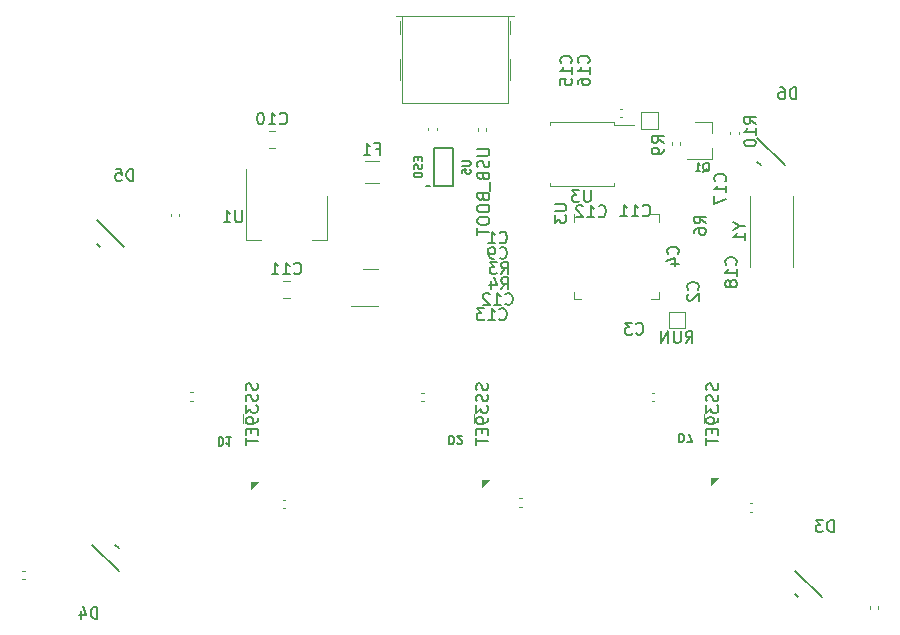
<source format=gbr>
G04 #@! TF.GenerationSoftware,KiCad,Pcbnew,(7.0.0-0)*
G04 #@! TF.CreationDate,2023-03-01T01:27:21-06:00*
G04 #@! TF.ProjectId,RP2040_minimal,52503230-3430-45f6-9d69-6e696d616c2e,REV1*
G04 #@! TF.SameCoordinates,Original*
G04 #@! TF.FileFunction,Legend,Bot*
G04 #@! TF.FilePolarity,Positive*
%FSLAX46Y46*%
G04 Gerber Fmt 4.6, Leading zero omitted, Abs format (unit mm)*
G04 Created by KiCad (PCBNEW (7.0.0-0)) date 2023-03-01 01:27:21*
%MOMM*%
%LPD*%
G01*
G04 APERTURE LIST*
%ADD10C,0.150000*%
%ADD11C,0.200000*%
%ADD12C,0.120000*%
%ADD13C,0.100000*%
G04 APERTURE END LIST*
D10*
X101879880Y-107589821D02*
X102689404Y-107589821D01*
X102689404Y-107589821D02*
X102784642Y-107637440D01*
X102784642Y-107637440D02*
X102832261Y-107685059D01*
X102832261Y-107685059D02*
X102879880Y-107780297D01*
X102879880Y-107780297D02*
X102879880Y-107970773D01*
X102879880Y-107970773D02*
X102832261Y-108066011D01*
X102832261Y-108066011D02*
X102784642Y-108113630D01*
X102784642Y-108113630D02*
X102689404Y-108161249D01*
X102689404Y-108161249D02*
X101879880Y-108161249D01*
X102832261Y-108589821D02*
X102879880Y-108732678D01*
X102879880Y-108732678D02*
X102879880Y-108970773D01*
X102879880Y-108970773D02*
X102832261Y-109066011D01*
X102832261Y-109066011D02*
X102784642Y-109113630D01*
X102784642Y-109113630D02*
X102689404Y-109161249D01*
X102689404Y-109161249D02*
X102594166Y-109161249D01*
X102594166Y-109161249D02*
X102498928Y-109113630D01*
X102498928Y-109113630D02*
X102451309Y-109066011D01*
X102451309Y-109066011D02*
X102403690Y-108970773D01*
X102403690Y-108970773D02*
X102356071Y-108780297D01*
X102356071Y-108780297D02*
X102308452Y-108685059D01*
X102308452Y-108685059D02*
X102260833Y-108637440D01*
X102260833Y-108637440D02*
X102165595Y-108589821D01*
X102165595Y-108589821D02*
X102070357Y-108589821D01*
X102070357Y-108589821D02*
X101975119Y-108637440D01*
X101975119Y-108637440D02*
X101927500Y-108685059D01*
X101927500Y-108685059D02*
X101879880Y-108780297D01*
X101879880Y-108780297D02*
X101879880Y-109018392D01*
X101879880Y-109018392D02*
X101927500Y-109161249D01*
X102356071Y-109923154D02*
X102403690Y-110066011D01*
X102403690Y-110066011D02*
X102451309Y-110113630D01*
X102451309Y-110113630D02*
X102546547Y-110161249D01*
X102546547Y-110161249D02*
X102689404Y-110161249D01*
X102689404Y-110161249D02*
X102784642Y-110113630D01*
X102784642Y-110113630D02*
X102832261Y-110066011D01*
X102832261Y-110066011D02*
X102879880Y-109970773D01*
X102879880Y-109970773D02*
X102879880Y-109589821D01*
X102879880Y-109589821D02*
X101879880Y-109589821D01*
X101879880Y-109589821D02*
X101879880Y-109923154D01*
X101879880Y-109923154D02*
X101927500Y-110018392D01*
X101927500Y-110018392D02*
X101975119Y-110066011D01*
X101975119Y-110066011D02*
X102070357Y-110113630D01*
X102070357Y-110113630D02*
X102165595Y-110113630D01*
X102165595Y-110113630D02*
X102260833Y-110066011D01*
X102260833Y-110066011D02*
X102308452Y-110018392D01*
X102308452Y-110018392D02*
X102356071Y-109923154D01*
X102356071Y-109923154D02*
X102356071Y-109589821D01*
X102975119Y-110351726D02*
X102975119Y-111113630D01*
X102356071Y-111685059D02*
X102403690Y-111827916D01*
X102403690Y-111827916D02*
X102451309Y-111875535D01*
X102451309Y-111875535D02*
X102546547Y-111923154D01*
X102546547Y-111923154D02*
X102689404Y-111923154D01*
X102689404Y-111923154D02*
X102784642Y-111875535D01*
X102784642Y-111875535D02*
X102832261Y-111827916D01*
X102832261Y-111827916D02*
X102879880Y-111732678D01*
X102879880Y-111732678D02*
X102879880Y-111351726D01*
X102879880Y-111351726D02*
X101879880Y-111351726D01*
X101879880Y-111351726D02*
X101879880Y-111685059D01*
X101879880Y-111685059D02*
X101927500Y-111780297D01*
X101927500Y-111780297D02*
X101975119Y-111827916D01*
X101975119Y-111827916D02*
X102070357Y-111875535D01*
X102070357Y-111875535D02*
X102165595Y-111875535D01*
X102165595Y-111875535D02*
X102260833Y-111827916D01*
X102260833Y-111827916D02*
X102308452Y-111780297D01*
X102308452Y-111780297D02*
X102356071Y-111685059D01*
X102356071Y-111685059D02*
X102356071Y-111351726D01*
X101879880Y-112542202D02*
X101879880Y-112732678D01*
X101879880Y-112732678D02*
X101927500Y-112827916D01*
X101927500Y-112827916D02*
X102022738Y-112923154D01*
X102022738Y-112923154D02*
X102213214Y-112970773D01*
X102213214Y-112970773D02*
X102546547Y-112970773D01*
X102546547Y-112970773D02*
X102737023Y-112923154D01*
X102737023Y-112923154D02*
X102832261Y-112827916D01*
X102832261Y-112827916D02*
X102879880Y-112732678D01*
X102879880Y-112732678D02*
X102879880Y-112542202D01*
X102879880Y-112542202D02*
X102832261Y-112446964D01*
X102832261Y-112446964D02*
X102737023Y-112351726D01*
X102737023Y-112351726D02*
X102546547Y-112304107D01*
X102546547Y-112304107D02*
X102213214Y-112304107D01*
X102213214Y-112304107D02*
X102022738Y-112351726D01*
X102022738Y-112351726D02*
X101927500Y-112446964D01*
X101927500Y-112446964D02*
X101879880Y-112542202D01*
X101879880Y-113589821D02*
X101879880Y-113780297D01*
X101879880Y-113780297D02*
X101927500Y-113875535D01*
X101927500Y-113875535D02*
X102022738Y-113970773D01*
X102022738Y-113970773D02*
X102213214Y-114018392D01*
X102213214Y-114018392D02*
X102546547Y-114018392D01*
X102546547Y-114018392D02*
X102737023Y-113970773D01*
X102737023Y-113970773D02*
X102832261Y-113875535D01*
X102832261Y-113875535D02*
X102879880Y-113780297D01*
X102879880Y-113780297D02*
X102879880Y-113589821D01*
X102879880Y-113589821D02*
X102832261Y-113494583D01*
X102832261Y-113494583D02*
X102737023Y-113399345D01*
X102737023Y-113399345D02*
X102546547Y-113351726D01*
X102546547Y-113351726D02*
X102213214Y-113351726D01*
X102213214Y-113351726D02*
X102022738Y-113399345D01*
X102022738Y-113399345D02*
X101927500Y-113494583D01*
X101927500Y-113494583D02*
X101879880Y-113589821D01*
X101879880Y-114304107D02*
X101879880Y-114875535D01*
X102879880Y-114589821D02*
X101879880Y-114589821D01*
X86357857Y-118122142D02*
X86405476Y-118169761D01*
X86405476Y-118169761D02*
X86548333Y-118217380D01*
X86548333Y-118217380D02*
X86643571Y-118217380D01*
X86643571Y-118217380D02*
X86786428Y-118169761D01*
X86786428Y-118169761D02*
X86881666Y-118074523D01*
X86881666Y-118074523D02*
X86929285Y-117979285D01*
X86929285Y-117979285D02*
X86976904Y-117788809D01*
X86976904Y-117788809D02*
X86976904Y-117645952D01*
X86976904Y-117645952D02*
X86929285Y-117455476D01*
X86929285Y-117455476D02*
X86881666Y-117360238D01*
X86881666Y-117360238D02*
X86786428Y-117265000D01*
X86786428Y-117265000D02*
X86643571Y-117217380D01*
X86643571Y-117217380D02*
X86548333Y-117217380D01*
X86548333Y-117217380D02*
X86405476Y-117265000D01*
X86405476Y-117265000D02*
X86357857Y-117312619D01*
X85405476Y-118217380D02*
X85976904Y-118217380D01*
X85691190Y-118217380D02*
X85691190Y-117217380D01*
X85691190Y-117217380D02*
X85786428Y-117360238D01*
X85786428Y-117360238D02*
X85881666Y-117455476D01*
X85881666Y-117455476D02*
X85976904Y-117503095D01*
X84453095Y-118217380D02*
X85024523Y-118217380D01*
X84738809Y-118217380D02*
X84738809Y-117217380D01*
X84738809Y-117217380D02*
X84834047Y-117360238D01*
X84834047Y-117360238D02*
X84929285Y-117455476D01*
X84929285Y-117455476D02*
X85024523Y-117503095D01*
X103740357Y-121992142D02*
X103787976Y-122039761D01*
X103787976Y-122039761D02*
X103930833Y-122087380D01*
X103930833Y-122087380D02*
X104026071Y-122087380D01*
X104026071Y-122087380D02*
X104168928Y-122039761D01*
X104168928Y-122039761D02*
X104264166Y-121944523D01*
X104264166Y-121944523D02*
X104311785Y-121849285D01*
X104311785Y-121849285D02*
X104359404Y-121658809D01*
X104359404Y-121658809D02*
X104359404Y-121515952D01*
X104359404Y-121515952D02*
X104311785Y-121325476D01*
X104311785Y-121325476D02*
X104264166Y-121230238D01*
X104264166Y-121230238D02*
X104168928Y-121135000D01*
X104168928Y-121135000D02*
X104026071Y-121087380D01*
X104026071Y-121087380D02*
X103930833Y-121087380D01*
X103930833Y-121087380D02*
X103787976Y-121135000D01*
X103787976Y-121135000D02*
X103740357Y-121182619D01*
X102787976Y-122087380D02*
X103359404Y-122087380D01*
X103073690Y-122087380D02*
X103073690Y-121087380D01*
X103073690Y-121087380D02*
X103168928Y-121230238D01*
X103168928Y-121230238D02*
X103264166Y-121325476D01*
X103264166Y-121325476D02*
X103359404Y-121373095D01*
X102454642Y-121087380D02*
X101835595Y-121087380D01*
X101835595Y-121087380D02*
X102168928Y-121468333D01*
X102168928Y-121468333D02*
X102026071Y-121468333D01*
X102026071Y-121468333D02*
X101930833Y-121515952D01*
X101930833Y-121515952D02*
X101883214Y-121563571D01*
X101883214Y-121563571D02*
X101835595Y-121658809D01*
X101835595Y-121658809D02*
X101835595Y-121896904D01*
X101835595Y-121896904D02*
X101883214Y-121992142D01*
X101883214Y-121992142D02*
X101930833Y-122039761D01*
X101930833Y-122039761D02*
X102026071Y-122087380D01*
X102026071Y-122087380D02*
X102311785Y-122087380D01*
X102311785Y-122087380D02*
X102407023Y-122039761D01*
X102407023Y-122039761D02*
X102454642Y-121992142D01*
X104240357Y-120692142D02*
X104287976Y-120739761D01*
X104287976Y-120739761D02*
X104430833Y-120787380D01*
X104430833Y-120787380D02*
X104526071Y-120787380D01*
X104526071Y-120787380D02*
X104668928Y-120739761D01*
X104668928Y-120739761D02*
X104764166Y-120644523D01*
X104764166Y-120644523D02*
X104811785Y-120549285D01*
X104811785Y-120549285D02*
X104859404Y-120358809D01*
X104859404Y-120358809D02*
X104859404Y-120215952D01*
X104859404Y-120215952D02*
X104811785Y-120025476D01*
X104811785Y-120025476D02*
X104764166Y-119930238D01*
X104764166Y-119930238D02*
X104668928Y-119835000D01*
X104668928Y-119835000D02*
X104526071Y-119787380D01*
X104526071Y-119787380D02*
X104430833Y-119787380D01*
X104430833Y-119787380D02*
X104287976Y-119835000D01*
X104287976Y-119835000D02*
X104240357Y-119882619D01*
X103287976Y-120787380D02*
X103859404Y-120787380D01*
X103573690Y-120787380D02*
X103573690Y-119787380D01*
X103573690Y-119787380D02*
X103668928Y-119930238D01*
X103668928Y-119930238D02*
X103764166Y-120025476D01*
X103764166Y-120025476D02*
X103859404Y-120073095D01*
X102907023Y-119882619D02*
X102859404Y-119835000D01*
X102859404Y-119835000D02*
X102764166Y-119787380D01*
X102764166Y-119787380D02*
X102526071Y-119787380D01*
X102526071Y-119787380D02*
X102430833Y-119835000D01*
X102430833Y-119835000D02*
X102383214Y-119882619D01*
X102383214Y-119882619D02*
X102335595Y-119977857D01*
X102335595Y-119977857D02*
X102335595Y-120073095D01*
X102335595Y-120073095D02*
X102383214Y-120215952D01*
X102383214Y-120215952D02*
X102954642Y-120787380D01*
X102954642Y-120787380D02*
X102335595Y-120787380D01*
X115319166Y-123219642D02*
X115366785Y-123267261D01*
X115366785Y-123267261D02*
X115509642Y-123314880D01*
X115509642Y-123314880D02*
X115604880Y-123314880D01*
X115604880Y-123314880D02*
X115747737Y-123267261D01*
X115747737Y-123267261D02*
X115842975Y-123172023D01*
X115842975Y-123172023D02*
X115890594Y-123076785D01*
X115890594Y-123076785D02*
X115938213Y-122886309D01*
X115938213Y-122886309D02*
X115938213Y-122743452D01*
X115938213Y-122743452D02*
X115890594Y-122552976D01*
X115890594Y-122552976D02*
X115842975Y-122457738D01*
X115842975Y-122457738D02*
X115747737Y-122362500D01*
X115747737Y-122362500D02*
X115604880Y-122314880D01*
X115604880Y-122314880D02*
X115509642Y-122314880D01*
X115509642Y-122314880D02*
X115366785Y-122362500D01*
X115366785Y-122362500D02*
X115319166Y-122410119D01*
X114985832Y-122314880D02*
X114366785Y-122314880D01*
X114366785Y-122314880D02*
X114700118Y-122695833D01*
X114700118Y-122695833D02*
X114557261Y-122695833D01*
X114557261Y-122695833D02*
X114462023Y-122743452D01*
X114462023Y-122743452D02*
X114414404Y-122791071D01*
X114414404Y-122791071D02*
X114366785Y-122886309D01*
X114366785Y-122886309D02*
X114366785Y-123124404D01*
X114366785Y-123124404D02*
X114414404Y-123219642D01*
X114414404Y-123219642D02*
X114462023Y-123267261D01*
X114462023Y-123267261D02*
X114557261Y-123314880D01*
X114557261Y-123314880D02*
X114842975Y-123314880D01*
X114842975Y-123314880D02*
X114938213Y-123267261D01*
X114938213Y-123267261D02*
X114985832Y-123219642D01*
X81951904Y-112797380D02*
X81951904Y-113606904D01*
X81951904Y-113606904D02*
X81904285Y-113702142D01*
X81904285Y-113702142D02*
X81856666Y-113749761D01*
X81856666Y-113749761D02*
X81761428Y-113797380D01*
X81761428Y-113797380D02*
X81570952Y-113797380D01*
X81570952Y-113797380D02*
X81475714Y-113749761D01*
X81475714Y-113749761D02*
X81428095Y-113702142D01*
X81428095Y-113702142D02*
X81380476Y-113606904D01*
X81380476Y-113606904D02*
X81380476Y-112797380D01*
X80380476Y-113797380D02*
X80951904Y-113797380D01*
X80666190Y-113797380D02*
X80666190Y-112797380D01*
X80666190Y-112797380D02*
X80761428Y-112940238D01*
X80761428Y-112940238D02*
X80856666Y-113035476D01*
X80856666Y-113035476D02*
X80951904Y-113083095D01*
X111469404Y-111089880D02*
X111469404Y-111899404D01*
X111469404Y-111899404D02*
X111421785Y-111994642D01*
X111421785Y-111994642D02*
X111374166Y-112042261D01*
X111374166Y-112042261D02*
X111278928Y-112089880D01*
X111278928Y-112089880D02*
X111088452Y-112089880D01*
X111088452Y-112089880D02*
X110993214Y-112042261D01*
X110993214Y-112042261D02*
X110945595Y-111994642D01*
X110945595Y-111994642D02*
X110897976Y-111899404D01*
X110897976Y-111899404D02*
X110897976Y-111089880D01*
X110517023Y-111089880D02*
X109897976Y-111089880D01*
X109897976Y-111089880D02*
X110231309Y-111470833D01*
X110231309Y-111470833D02*
X110088452Y-111470833D01*
X110088452Y-111470833D02*
X109993214Y-111518452D01*
X109993214Y-111518452D02*
X109945595Y-111566071D01*
X109945595Y-111566071D02*
X109897976Y-111661309D01*
X109897976Y-111661309D02*
X109897976Y-111899404D01*
X109897976Y-111899404D02*
X109945595Y-111994642D01*
X109945595Y-111994642D02*
X109993214Y-112042261D01*
X109993214Y-112042261D02*
X110088452Y-112089880D01*
X110088452Y-112089880D02*
X110374166Y-112089880D01*
X110374166Y-112089880D02*
X110469404Y-112042261D01*
X110469404Y-112042261D02*
X110517023Y-111994642D01*
X123748642Y-117389642D02*
X123796261Y-117342023D01*
X123796261Y-117342023D02*
X123843880Y-117199166D01*
X123843880Y-117199166D02*
X123843880Y-117103928D01*
X123843880Y-117103928D02*
X123796261Y-116961071D01*
X123796261Y-116961071D02*
X123701023Y-116865833D01*
X123701023Y-116865833D02*
X123605785Y-116818214D01*
X123605785Y-116818214D02*
X123415309Y-116770595D01*
X123415309Y-116770595D02*
X123272452Y-116770595D01*
X123272452Y-116770595D02*
X123081976Y-116818214D01*
X123081976Y-116818214D02*
X122986738Y-116865833D01*
X122986738Y-116865833D02*
X122891500Y-116961071D01*
X122891500Y-116961071D02*
X122843880Y-117103928D01*
X122843880Y-117103928D02*
X122843880Y-117199166D01*
X122843880Y-117199166D02*
X122891500Y-117342023D01*
X122891500Y-117342023D02*
X122939119Y-117389642D01*
X123843880Y-118342023D02*
X123843880Y-117770595D01*
X123843880Y-118056309D02*
X122843880Y-118056309D01*
X122843880Y-118056309D02*
X122986738Y-117961071D01*
X122986738Y-117961071D02*
X123081976Y-117865833D01*
X123081976Y-117865833D02*
X123129595Y-117770595D01*
X123272452Y-118913452D02*
X123224833Y-118818214D01*
X123224833Y-118818214D02*
X123177214Y-118770595D01*
X123177214Y-118770595D02*
X123081976Y-118722976D01*
X123081976Y-118722976D02*
X123034357Y-118722976D01*
X123034357Y-118722976D02*
X122939119Y-118770595D01*
X122939119Y-118770595D02*
X122891500Y-118818214D01*
X122891500Y-118818214D02*
X122843880Y-118913452D01*
X122843880Y-118913452D02*
X122843880Y-119103928D01*
X122843880Y-119103928D02*
X122891500Y-119199166D01*
X122891500Y-119199166D02*
X122939119Y-119246785D01*
X122939119Y-119246785D02*
X123034357Y-119294404D01*
X123034357Y-119294404D02*
X123081976Y-119294404D01*
X123081976Y-119294404D02*
X123177214Y-119246785D01*
X123177214Y-119246785D02*
X123224833Y-119199166D01*
X123224833Y-119199166D02*
X123272452Y-119103928D01*
X123272452Y-119103928D02*
X123272452Y-118913452D01*
X123272452Y-118913452D02*
X123320071Y-118818214D01*
X123320071Y-118818214D02*
X123367690Y-118770595D01*
X123367690Y-118770595D02*
X123462928Y-118722976D01*
X123462928Y-118722976D02*
X123653404Y-118722976D01*
X123653404Y-118722976D02*
X123748642Y-118770595D01*
X123748642Y-118770595D02*
X123796261Y-118818214D01*
X123796261Y-118818214D02*
X123843880Y-118913452D01*
X123843880Y-118913452D02*
X123843880Y-119103928D01*
X123843880Y-119103928D02*
X123796261Y-119199166D01*
X123796261Y-119199166D02*
X123748642Y-119246785D01*
X123748642Y-119246785D02*
X123653404Y-119294404D01*
X123653404Y-119294404D02*
X123462928Y-119294404D01*
X123462928Y-119294404D02*
X123367690Y-119246785D01*
X123367690Y-119246785D02*
X123320071Y-119199166D01*
X123320071Y-119199166D02*
X123272452Y-119103928D01*
X103764166Y-116802142D02*
X103811785Y-116849761D01*
X103811785Y-116849761D02*
X103954642Y-116897380D01*
X103954642Y-116897380D02*
X104049880Y-116897380D01*
X104049880Y-116897380D02*
X104192737Y-116849761D01*
X104192737Y-116849761D02*
X104287975Y-116754523D01*
X104287975Y-116754523D02*
X104335594Y-116659285D01*
X104335594Y-116659285D02*
X104383213Y-116468809D01*
X104383213Y-116468809D02*
X104383213Y-116325952D01*
X104383213Y-116325952D02*
X104335594Y-116135476D01*
X104335594Y-116135476D02*
X104287975Y-116040238D01*
X104287975Y-116040238D02*
X104192737Y-115945000D01*
X104192737Y-115945000D02*
X104049880Y-115897380D01*
X104049880Y-115897380D02*
X103954642Y-115897380D01*
X103954642Y-115897380D02*
X103811785Y-115945000D01*
X103811785Y-115945000D02*
X103764166Y-115992619D01*
X103287975Y-116897380D02*
X103097499Y-116897380D01*
X103097499Y-116897380D02*
X103002261Y-116849761D01*
X103002261Y-116849761D02*
X102954642Y-116802142D01*
X102954642Y-116802142D02*
X102859404Y-116659285D01*
X102859404Y-116659285D02*
X102811785Y-116468809D01*
X102811785Y-116468809D02*
X102811785Y-116087857D01*
X102811785Y-116087857D02*
X102859404Y-115992619D01*
X102859404Y-115992619D02*
X102907023Y-115945000D01*
X102907023Y-115945000D02*
X103002261Y-115897380D01*
X103002261Y-115897380D02*
X103192737Y-115897380D01*
X103192737Y-115897380D02*
X103287975Y-115945000D01*
X103287975Y-115945000D02*
X103335594Y-115992619D01*
X103335594Y-115992619D02*
X103383213Y-116087857D01*
X103383213Y-116087857D02*
X103383213Y-116325952D01*
X103383213Y-116325952D02*
X103335594Y-116421190D01*
X103335594Y-116421190D02*
X103287975Y-116468809D01*
X103287975Y-116468809D02*
X103192737Y-116516428D01*
X103192737Y-116516428D02*
X103002261Y-116516428D01*
X103002261Y-116516428D02*
X102907023Y-116468809D01*
X102907023Y-116468809D02*
X102859404Y-116421190D01*
X102859404Y-116421190D02*
X102811785Y-116325952D01*
X112140357Y-113269642D02*
X112187976Y-113317261D01*
X112187976Y-113317261D02*
X112330833Y-113364880D01*
X112330833Y-113364880D02*
X112426071Y-113364880D01*
X112426071Y-113364880D02*
X112568928Y-113317261D01*
X112568928Y-113317261D02*
X112664166Y-113222023D01*
X112664166Y-113222023D02*
X112711785Y-113126785D01*
X112711785Y-113126785D02*
X112759404Y-112936309D01*
X112759404Y-112936309D02*
X112759404Y-112793452D01*
X112759404Y-112793452D02*
X112711785Y-112602976D01*
X112711785Y-112602976D02*
X112664166Y-112507738D01*
X112664166Y-112507738D02*
X112568928Y-112412500D01*
X112568928Y-112412500D02*
X112426071Y-112364880D01*
X112426071Y-112364880D02*
X112330833Y-112364880D01*
X112330833Y-112364880D02*
X112187976Y-112412500D01*
X112187976Y-112412500D02*
X112140357Y-112460119D01*
X111187976Y-113364880D02*
X111759404Y-113364880D01*
X111473690Y-113364880D02*
X111473690Y-112364880D01*
X111473690Y-112364880D02*
X111568928Y-112507738D01*
X111568928Y-112507738D02*
X111664166Y-112602976D01*
X111664166Y-112602976D02*
X111759404Y-112650595D01*
X110807023Y-112460119D02*
X110759404Y-112412500D01*
X110759404Y-112412500D02*
X110664166Y-112364880D01*
X110664166Y-112364880D02*
X110426071Y-112364880D01*
X110426071Y-112364880D02*
X110330833Y-112412500D01*
X110330833Y-112412500D02*
X110283214Y-112460119D01*
X110283214Y-112460119D02*
X110235595Y-112555357D01*
X110235595Y-112555357D02*
X110235595Y-112650595D01*
X110235595Y-112650595D02*
X110283214Y-112793452D01*
X110283214Y-112793452D02*
X110854642Y-113364880D01*
X110854642Y-113364880D02*
X110235595Y-113364880D01*
X118834642Y-116476833D02*
X118882261Y-116429214D01*
X118882261Y-116429214D02*
X118929880Y-116286357D01*
X118929880Y-116286357D02*
X118929880Y-116191119D01*
X118929880Y-116191119D02*
X118882261Y-116048262D01*
X118882261Y-116048262D02*
X118787023Y-115953024D01*
X118787023Y-115953024D02*
X118691785Y-115905405D01*
X118691785Y-115905405D02*
X118501309Y-115857786D01*
X118501309Y-115857786D02*
X118358452Y-115857786D01*
X118358452Y-115857786D02*
X118167976Y-115905405D01*
X118167976Y-115905405D02*
X118072738Y-115953024D01*
X118072738Y-115953024D02*
X117977500Y-116048262D01*
X117977500Y-116048262D02*
X117929880Y-116191119D01*
X117929880Y-116191119D02*
X117929880Y-116286357D01*
X117929880Y-116286357D02*
X117977500Y-116429214D01*
X117977500Y-116429214D02*
X118025119Y-116476833D01*
X118263214Y-117333976D02*
X118929880Y-117333976D01*
X117882261Y-117095881D02*
X118596547Y-116857786D01*
X118596547Y-116857786D02*
X118596547Y-117476833D01*
X103878290Y-118172380D02*
X104211623Y-117696190D01*
X104449718Y-118172380D02*
X104449718Y-117172380D01*
X104449718Y-117172380D02*
X104068766Y-117172380D01*
X104068766Y-117172380D02*
X103973528Y-117220000D01*
X103973528Y-117220000D02*
X103925909Y-117267619D01*
X103925909Y-117267619D02*
X103878290Y-117362857D01*
X103878290Y-117362857D02*
X103878290Y-117505714D01*
X103878290Y-117505714D02*
X103925909Y-117600952D01*
X103925909Y-117600952D02*
X103973528Y-117648571D01*
X103973528Y-117648571D02*
X104068766Y-117696190D01*
X104068766Y-117696190D02*
X104449718Y-117696190D01*
X103544956Y-117172380D02*
X102925909Y-117172380D01*
X102925909Y-117172380D02*
X103259242Y-117553333D01*
X103259242Y-117553333D02*
X103116385Y-117553333D01*
X103116385Y-117553333D02*
X103021147Y-117600952D01*
X103021147Y-117600952D02*
X102973528Y-117648571D01*
X102973528Y-117648571D02*
X102925909Y-117743809D01*
X102925909Y-117743809D02*
X102925909Y-117981904D01*
X102925909Y-117981904D02*
X102973528Y-118077142D01*
X102973528Y-118077142D02*
X103021147Y-118124761D01*
X103021147Y-118124761D02*
X103116385Y-118172380D01*
X103116385Y-118172380D02*
X103402099Y-118172380D01*
X103402099Y-118172380D02*
X103497337Y-118124761D01*
X103497337Y-118124761D02*
X103544956Y-118077142D01*
X120534642Y-119495833D02*
X120582261Y-119448214D01*
X120582261Y-119448214D02*
X120629880Y-119305357D01*
X120629880Y-119305357D02*
X120629880Y-119210119D01*
X120629880Y-119210119D02*
X120582261Y-119067262D01*
X120582261Y-119067262D02*
X120487023Y-118972024D01*
X120487023Y-118972024D02*
X120391785Y-118924405D01*
X120391785Y-118924405D02*
X120201309Y-118876786D01*
X120201309Y-118876786D02*
X120058452Y-118876786D01*
X120058452Y-118876786D02*
X119867976Y-118924405D01*
X119867976Y-118924405D02*
X119772738Y-118972024D01*
X119772738Y-118972024D02*
X119677500Y-119067262D01*
X119677500Y-119067262D02*
X119629880Y-119210119D01*
X119629880Y-119210119D02*
X119629880Y-119305357D01*
X119629880Y-119305357D02*
X119677500Y-119448214D01*
X119677500Y-119448214D02*
X119725119Y-119495833D01*
X119725119Y-119876786D02*
X119677500Y-119924405D01*
X119677500Y-119924405D02*
X119629880Y-120019643D01*
X119629880Y-120019643D02*
X119629880Y-120257738D01*
X119629880Y-120257738D02*
X119677500Y-120352976D01*
X119677500Y-120352976D02*
X119725119Y-120400595D01*
X119725119Y-120400595D02*
X119820357Y-120448214D01*
X119820357Y-120448214D02*
X119915595Y-120448214D01*
X119915595Y-120448214D02*
X120058452Y-120400595D01*
X120058452Y-120400595D02*
X120629880Y-119829167D01*
X120629880Y-119829167D02*
X120629880Y-120448214D01*
X85142857Y-105422142D02*
X85190476Y-105469761D01*
X85190476Y-105469761D02*
X85333333Y-105517380D01*
X85333333Y-105517380D02*
X85428571Y-105517380D01*
X85428571Y-105517380D02*
X85571428Y-105469761D01*
X85571428Y-105469761D02*
X85666666Y-105374523D01*
X85666666Y-105374523D02*
X85714285Y-105279285D01*
X85714285Y-105279285D02*
X85761904Y-105088809D01*
X85761904Y-105088809D02*
X85761904Y-104945952D01*
X85761904Y-104945952D02*
X85714285Y-104755476D01*
X85714285Y-104755476D02*
X85666666Y-104660238D01*
X85666666Y-104660238D02*
X85571428Y-104565000D01*
X85571428Y-104565000D02*
X85428571Y-104517380D01*
X85428571Y-104517380D02*
X85333333Y-104517380D01*
X85333333Y-104517380D02*
X85190476Y-104565000D01*
X85190476Y-104565000D02*
X85142857Y-104612619D01*
X84190476Y-105517380D02*
X84761904Y-105517380D01*
X84476190Y-105517380D02*
X84476190Y-104517380D01*
X84476190Y-104517380D02*
X84571428Y-104660238D01*
X84571428Y-104660238D02*
X84666666Y-104755476D01*
X84666666Y-104755476D02*
X84761904Y-104803095D01*
X83571428Y-104517380D02*
X83476190Y-104517380D01*
X83476190Y-104517380D02*
X83380952Y-104565000D01*
X83380952Y-104565000D02*
X83333333Y-104612619D01*
X83333333Y-104612619D02*
X83285714Y-104707857D01*
X83285714Y-104707857D02*
X83238095Y-104898333D01*
X83238095Y-104898333D02*
X83238095Y-105136428D01*
X83238095Y-105136428D02*
X83285714Y-105326904D01*
X83285714Y-105326904D02*
X83333333Y-105422142D01*
X83333333Y-105422142D02*
X83380952Y-105469761D01*
X83380952Y-105469761D02*
X83476190Y-105517380D01*
X83476190Y-105517380D02*
X83571428Y-105517380D01*
X83571428Y-105517380D02*
X83666666Y-105469761D01*
X83666666Y-105469761D02*
X83714285Y-105422142D01*
X83714285Y-105422142D02*
X83761904Y-105326904D01*
X83761904Y-105326904D02*
X83809523Y-105136428D01*
X83809523Y-105136428D02*
X83809523Y-104898333D01*
X83809523Y-104898333D02*
X83761904Y-104707857D01*
X83761904Y-104707857D02*
X83714285Y-104612619D01*
X83714285Y-104612619D02*
X83666666Y-104565000D01*
X83666666Y-104565000D02*
X83571428Y-104517380D01*
X115880357Y-113207142D02*
X115927976Y-113254761D01*
X115927976Y-113254761D02*
X116070833Y-113302380D01*
X116070833Y-113302380D02*
X116166071Y-113302380D01*
X116166071Y-113302380D02*
X116308928Y-113254761D01*
X116308928Y-113254761D02*
X116404166Y-113159523D01*
X116404166Y-113159523D02*
X116451785Y-113064285D01*
X116451785Y-113064285D02*
X116499404Y-112873809D01*
X116499404Y-112873809D02*
X116499404Y-112730952D01*
X116499404Y-112730952D02*
X116451785Y-112540476D01*
X116451785Y-112540476D02*
X116404166Y-112445238D01*
X116404166Y-112445238D02*
X116308928Y-112350000D01*
X116308928Y-112350000D02*
X116166071Y-112302380D01*
X116166071Y-112302380D02*
X116070833Y-112302380D01*
X116070833Y-112302380D02*
X115927976Y-112350000D01*
X115927976Y-112350000D02*
X115880357Y-112397619D01*
X114927976Y-113302380D02*
X115499404Y-113302380D01*
X115213690Y-113302380D02*
X115213690Y-112302380D01*
X115213690Y-112302380D02*
X115308928Y-112445238D01*
X115308928Y-112445238D02*
X115404166Y-112540476D01*
X115404166Y-112540476D02*
X115499404Y-112588095D01*
X113975595Y-113302380D02*
X114547023Y-113302380D01*
X114261309Y-113302380D02*
X114261309Y-112302380D01*
X114261309Y-112302380D02*
X114356547Y-112445238D01*
X114356547Y-112445238D02*
X114451785Y-112540476D01*
X114451785Y-112540476D02*
X114547023Y-112588095D01*
X111279642Y-100309642D02*
X111327261Y-100262023D01*
X111327261Y-100262023D02*
X111374880Y-100119166D01*
X111374880Y-100119166D02*
X111374880Y-100023928D01*
X111374880Y-100023928D02*
X111327261Y-99881071D01*
X111327261Y-99881071D02*
X111232023Y-99785833D01*
X111232023Y-99785833D02*
X111136785Y-99738214D01*
X111136785Y-99738214D02*
X110946309Y-99690595D01*
X110946309Y-99690595D02*
X110803452Y-99690595D01*
X110803452Y-99690595D02*
X110612976Y-99738214D01*
X110612976Y-99738214D02*
X110517738Y-99785833D01*
X110517738Y-99785833D02*
X110422500Y-99881071D01*
X110422500Y-99881071D02*
X110374880Y-100023928D01*
X110374880Y-100023928D02*
X110374880Y-100119166D01*
X110374880Y-100119166D02*
X110422500Y-100262023D01*
X110422500Y-100262023D02*
X110470119Y-100309642D01*
X111374880Y-101262023D02*
X111374880Y-100690595D01*
X111374880Y-100976309D02*
X110374880Y-100976309D01*
X110374880Y-100976309D02*
X110517738Y-100881071D01*
X110517738Y-100881071D02*
X110612976Y-100785833D01*
X110612976Y-100785833D02*
X110660595Y-100690595D01*
X110374880Y-102119166D02*
X110374880Y-101928690D01*
X110374880Y-101928690D02*
X110422500Y-101833452D01*
X110422500Y-101833452D02*
X110470119Y-101785833D01*
X110470119Y-101785833D02*
X110612976Y-101690595D01*
X110612976Y-101690595D02*
X110803452Y-101642976D01*
X110803452Y-101642976D02*
X111184404Y-101642976D01*
X111184404Y-101642976D02*
X111279642Y-101690595D01*
X111279642Y-101690595D02*
X111327261Y-101738214D01*
X111327261Y-101738214D02*
X111374880Y-101833452D01*
X111374880Y-101833452D02*
X111374880Y-102023928D01*
X111374880Y-102023928D02*
X111327261Y-102119166D01*
X111327261Y-102119166D02*
X111279642Y-102166785D01*
X111279642Y-102166785D02*
X111184404Y-102214404D01*
X111184404Y-102214404D02*
X110946309Y-102214404D01*
X110946309Y-102214404D02*
X110851071Y-102166785D01*
X110851071Y-102166785D02*
X110803452Y-102119166D01*
X110803452Y-102119166D02*
X110755833Y-102023928D01*
X110755833Y-102023928D02*
X110755833Y-101833452D01*
X110755833Y-101833452D02*
X110803452Y-101738214D01*
X110803452Y-101738214D02*
X110851071Y-101690595D01*
X110851071Y-101690595D02*
X110946309Y-101642976D01*
X108404880Y-112255595D02*
X109214404Y-112255595D01*
X109214404Y-112255595D02*
X109309642Y-112303214D01*
X109309642Y-112303214D02*
X109357261Y-112350833D01*
X109357261Y-112350833D02*
X109404880Y-112446071D01*
X109404880Y-112446071D02*
X109404880Y-112636547D01*
X109404880Y-112636547D02*
X109357261Y-112731785D01*
X109357261Y-112731785D02*
X109309642Y-112779404D01*
X109309642Y-112779404D02*
X109214404Y-112827023D01*
X109214404Y-112827023D02*
X108404880Y-112827023D01*
X108404880Y-113207976D02*
X108404880Y-113827023D01*
X108404880Y-113827023D02*
X108785833Y-113493690D01*
X108785833Y-113493690D02*
X108785833Y-113636547D01*
X108785833Y-113636547D02*
X108833452Y-113731785D01*
X108833452Y-113731785D02*
X108881071Y-113779404D01*
X108881071Y-113779404D02*
X108976309Y-113827023D01*
X108976309Y-113827023D02*
X109214404Y-113827023D01*
X109214404Y-113827023D02*
X109309642Y-113779404D01*
X109309642Y-113779404D02*
X109357261Y-113731785D01*
X109357261Y-113731785D02*
X109404880Y-113636547D01*
X109404880Y-113636547D02*
X109404880Y-113350833D01*
X109404880Y-113350833D02*
X109357261Y-113255595D01*
X109357261Y-113255595D02*
X109309642Y-113207976D01*
X122834642Y-110319642D02*
X122882261Y-110272023D01*
X122882261Y-110272023D02*
X122929880Y-110129166D01*
X122929880Y-110129166D02*
X122929880Y-110033928D01*
X122929880Y-110033928D02*
X122882261Y-109891071D01*
X122882261Y-109891071D02*
X122787023Y-109795833D01*
X122787023Y-109795833D02*
X122691785Y-109748214D01*
X122691785Y-109748214D02*
X122501309Y-109700595D01*
X122501309Y-109700595D02*
X122358452Y-109700595D01*
X122358452Y-109700595D02*
X122167976Y-109748214D01*
X122167976Y-109748214D02*
X122072738Y-109795833D01*
X122072738Y-109795833D02*
X121977500Y-109891071D01*
X121977500Y-109891071D02*
X121929880Y-110033928D01*
X121929880Y-110033928D02*
X121929880Y-110129166D01*
X121929880Y-110129166D02*
X121977500Y-110272023D01*
X121977500Y-110272023D02*
X122025119Y-110319642D01*
X122929880Y-111272023D02*
X122929880Y-110700595D01*
X122929880Y-110986309D02*
X121929880Y-110986309D01*
X121929880Y-110986309D02*
X122072738Y-110891071D01*
X122072738Y-110891071D02*
X122167976Y-110795833D01*
X122167976Y-110795833D02*
X122215595Y-110700595D01*
X121929880Y-111605357D02*
X121929880Y-112272023D01*
X121929880Y-112272023D02*
X122929880Y-111843452D01*
X103878290Y-119472380D02*
X104211623Y-118996190D01*
X104449718Y-119472380D02*
X104449718Y-118472380D01*
X104449718Y-118472380D02*
X104068766Y-118472380D01*
X104068766Y-118472380D02*
X103973528Y-118520000D01*
X103973528Y-118520000D02*
X103925909Y-118567619D01*
X103925909Y-118567619D02*
X103878290Y-118662857D01*
X103878290Y-118662857D02*
X103878290Y-118805714D01*
X103878290Y-118805714D02*
X103925909Y-118900952D01*
X103925909Y-118900952D02*
X103973528Y-118948571D01*
X103973528Y-118948571D02*
X104068766Y-118996190D01*
X104068766Y-118996190D02*
X104449718Y-118996190D01*
X103021147Y-118805714D02*
X103021147Y-119472380D01*
X103259242Y-118424761D02*
X103497337Y-119139047D01*
X103497337Y-119139047D02*
X102878290Y-119139047D01*
X103764166Y-115492142D02*
X103811785Y-115539761D01*
X103811785Y-115539761D02*
X103954642Y-115587380D01*
X103954642Y-115587380D02*
X104049880Y-115587380D01*
X104049880Y-115587380D02*
X104192737Y-115539761D01*
X104192737Y-115539761D02*
X104287975Y-115444523D01*
X104287975Y-115444523D02*
X104335594Y-115349285D01*
X104335594Y-115349285D02*
X104383213Y-115158809D01*
X104383213Y-115158809D02*
X104383213Y-115015952D01*
X104383213Y-115015952D02*
X104335594Y-114825476D01*
X104335594Y-114825476D02*
X104287975Y-114730238D01*
X104287975Y-114730238D02*
X104192737Y-114635000D01*
X104192737Y-114635000D02*
X104049880Y-114587380D01*
X104049880Y-114587380D02*
X103954642Y-114587380D01*
X103954642Y-114587380D02*
X103811785Y-114635000D01*
X103811785Y-114635000D02*
X103764166Y-114682619D01*
X102811785Y-115587380D02*
X103383213Y-115587380D01*
X103097499Y-115587380D02*
X103097499Y-114587380D01*
X103097499Y-114587380D02*
X103192737Y-114730238D01*
X103192737Y-114730238D02*
X103287975Y-114825476D01*
X103287975Y-114825476D02*
X103383213Y-114873095D01*
X109779642Y-100309642D02*
X109827261Y-100262023D01*
X109827261Y-100262023D02*
X109874880Y-100119166D01*
X109874880Y-100119166D02*
X109874880Y-100023928D01*
X109874880Y-100023928D02*
X109827261Y-99881071D01*
X109827261Y-99881071D02*
X109732023Y-99785833D01*
X109732023Y-99785833D02*
X109636785Y-99738214D01*
X109636785Y-99738214D02*
X109446309Y-99690595D01*
X109446309Y-99690595D02*
X109303452Y-99690595D01*
X109303452Y-99690595D02*
X109112976Y-99738214D01*
X109112976Y-99738214D02*
X109017738Y-99785833D01*
X109017738Y-99785833D02*
X108922500Y-99881071D01*
X108922500Y-99881071D02*
X108874880Y-100023928D01*
X108874880Y-100023928D02*
X108874880Y-100119166D01*
X108874880Y-100119166D02*
X108922500Y-100262023D01*
X108922500Y-100262023D02*
X108970119Y-100309642D01*
X109874880Y-101262023D02*
X109874880Y-100690595D01*
X109874880Y-100976309D02*
X108874880Y-100976309D01*
X108874880Y-100976309D02*
X109017738Y-100881071D01*
X109017738Y-100881071D02*
X109112976Y-100785833D01*
X109112976Y-100785833D02*
X109160595Y-100690595D01*
X108874880Y-102166785D02*
X108874880Y-101690595D01*
X108874880Y-101690595D02*
X109351071Y-101642976D01*
X109351071Y-101642976D02*
X109303452Y-101690595D01*
X109303452Y-101690595D02*
X109255833Y-101785833D01*
X109255833Y-101785833D02*
X109255833Y-102023928D01*
X109255833Y-102023928D02*
X109303452Y-102119166D01*
X109303452Y-102119166D02*
X109351071Y-102166785D01*
X109351071Y-102166785D02*
X109446309Y-102214404D01*
X109446309Y-102214404D02*
X109684404Y-102214404D01*
X109684404Y-102214404D02*
X109779642Y-102166785D01*
X109779642Y-102166785D02*
X109827261Y-102119166D01*
X109827261Y-102119166D02*
X109874880Y-102023928D01*
X109874880Y-102023928D02*
X109874880Y-101785833D01*
X109874880Y-101785833D02*
X109827261Y-101690595D01*
X109827261Y-101690595D02*
X109779642Y-101642976D01*
X121229880Y-113895833D02*
X120753690Y-113562500D01*
X121229880Y-113324405D02*
X120229880Y-113324405D01*
X120229880Y-113324405D02*
X120229880Y-113705357D01*
X120229880Y-113705357D02*
X120277500Y-113800595D01*
X120277500Y-113800595D02*
X120325119Y-113848214D01*
X120325119Y-113848214D02*
X120420357Y-113895833D01*
X120420357Y-113895833D02*
X120563214Y-113895833D01*
X120563214Y-113895833D02*
X120658452Y-113848214D01*
X120658452Y-113848214D02*
X120706071Y-113800595D01*
X120706071Y-113800595D02*
X120753690Y-113705357D01*
X120753690Y-113705357D02*
X120753690Y-113324405D01*
X120229880Y-114752976D02*
X120229880Y-114562500D01*
X120229880Y-114562500D02*
X120277500Y-114467262D01*
X120277500Y-114467262D02*
X120325119Y-114419643D01*
X120325119Y-114419643D02*
X120467976Y-114324405D01*
X120467976Y-114324405D02*
X120658452Y-114276786D01*
X120658452Y-114276786D02*
X121039404Y-114276786D01*
X121039404Y-114276786D02*
X121134642Y-114324405D01*
X121134642Y-114324405D02*
X121182261Y-114372024D01*
X121182261Y-114372024D02*
X121229880Y-114467262D01*
X121229880Y-114467262D02*
X121229880Y-114657738D01*
X121229880Y-114657738D02*
X121182261Y-114752976D01*
X121182261Y-114752976D02*
X121134642Y-114800595D01*
X121134642Y-114800595D02*
X121039404Y-114848214D01*
X121039404Y-114848214D02*
X120801309Y-114848214D01*
X120801309Y-114848214D02*
X120706071Y-114800595D01*
X120706071Y-114800595D02*
X120658452Y-114752976D01*
X120658452Y-114752976D02*
X120610833Y-114657738D01*
X120610833Y-114657738D02*
X120610833Y-114467262D01*
X120610833Y-114467262D02*
X120658452Y-114372024D01*
X120658452Y-114372024D02*
X120706071Y-114324405D01*
X120706071Y-114324405D02*
X120801309Y-114276786D01*
X124069690Y-114127309D02*
X124545880Y-114127309D01*
X123545880Y-113793976D02*
X124069690Y-114127309D01*
X124069690Y-114127309D02*
X123545880Y-114460642D01*
X124545880Y-115317785D02*
X124545880Y-114746357D01*
X124545880Y-115032071D02*
X123545880Y-115032071D01*
X123545880Y-115032071D02*
X123688738Y-114936833D01*
X123688738Y-114936833D02*
X123783976Y-114841595D01*
X123783976Y-114841595D02*
X123831595Y-114746357D01*
X118963333Y-131722833D02*
X118963333Y-132422833D01*
X118963333Y-132422833D02*
X119130000Y-132422833D01*
X119130000Y-132422833D02*
X119230000Y-132389500D01*
X119230000Y-132389500D02*
X119296667Y-132322833D01*
X119296667Y-132322833D02*
X119330000Y-132256166D01*
X119330000Y-132256166D02*
X119363333Y-132122833D01*
X119363333Y-132122833D02*
X119363333Y-132022833D01*
X119363333Y-132022833D02*
X119330000Y-131889500D01*
X119330000Y-131889500D02*
X119296667Y-131822833D01*
X119296667Y-131822833D02*
X119230000Y-131756166D01*
X119230000Y-131756166D02*
X119130000Y-131722833D01*
X119130000Y-131722833D02*
X118963333Y-131722833D01*
X119596667Y-132422833D02*
X120063333Y-132422833D01*
X120063333Y-132422833D02*
X119763333Y-131722833D01*
D11*
X128888094Y-103387380D02*
X128888094Y-102387380D01*
X128888094Y-102387380D02*
X128649999Y-102387380D01*
X128649999Y-102387380D02*
X128507142Y-102435000D01*
X128507142Y-102435000D02*
X128411904Y-102530238D01*
X128411904Y-102530238D02*
X128364285Y-102625476D01*
X128364285Y-102625476D02*
X128316666Y-102815952D01*
X128316666Y-102815952D02*
X128316666Y-102958809D01*
X128316666Y-102958809D02*
X128364285Y-103149285D01*
X128364285Y-103149285D02*
X128411904Y-103244523D01*
X128411904Y-103244523D02*
X128507142Y-103339761D01*
X128507142Y-103339761D02*
X128649999Y-103387380D01*
X128649999Y-103387380D02*
X128888094Y-103387380D01*
X127459523Y-102387380D02*
X127649999Y-102387380D01*
X127649999Y-102387380D02*
X127745237Y-102435000D01*
X127745237Y-102435000D02*
X127792856Y-102482619D01*
X127792856Y-102482619D02*
X127888094Y-102625476D01*
X127888094Y-102625476D02*
X127935713Y-102815952D01*
X127935713Y-102815952D02*
X127935713Y-103196904D01*
X127935713Y-103196904D02*
X127888094Y-103292142D01*
X127888094Y-103292142D02*
X127840475Y-103339761D01*
X127840475Y-103339761D02*
X127745237Y-103387380D01*
X127745237Y-103387380D02*
X127554761Y-103387380D01*
X127554761Y-103387380D02*
X127459523Y-103339761D01*
X127459523Y-103339761D02*
X127411904Y-103292142D01*
X127411904Y-103292142D02*
X127364285Y-103196904D01*
X127364285Y-103196904D02*
X127364285Y-102958809D01*
X127364285Y-102958809D02*
X127411904Y-102863571D01*
X127411904Y-102863571D02*
X127459523Y-102815952D01*
X127459523Y-102815952D02*
X127554761Y-102768333D01*
X127554761Y-102768333D02*
X127745237Y-102768333D01*
X127745237Y-102768333D02*
X127840475Y-102815952D01*
X127840475Y-102815952D02*
X127888094Y-102863571D01*
X127888094Y-102863571D02*
X127935713Y-102958809D01*
X132038094Y-140017380D02*
X132038094Y-139017380D01*
X132038094Y-139017380D02*
X131799999Y-139017380D01*
X131799999Y-139017380D02*
X131657142Y-139065000D01*
X131657142Y-139065000D02*
X131561904Y-139160238D01*
X131561904Y-139160238D02*
X131514285Y-139255476D01*
X131514285Y-139255476D02*
X131466666Y-139445952D01*
X131466666Y-139445952D02*
X131466666Y-139588809D01*
X131466666Y-139588809D02*
X131514285Y-139779285D01*
X131514285Y-139779285D02*
X131561904Y-139874523D01*
X131561904Y-139874523D02*
X131657142Y-139969761D01*
X131657142Y-139969761D02*
X131799999Y-140017380D01*
X131799999Y-140017380D02*
X132038094Y-140017380D01*
X131133332Y-139017380D02*
X130514285Y-139017380D01*
X130514285Y-139017380D02*
X130847618Y-139398333D01*
X130847618Y-139398333D02*
X130704761Y-139398333D01*
X130704761Y-139398333D02*
X130609523Y-139445952D01*
X130609523Y-139445952D02*
X130561904Y-139493571D01*
X130561904Y-139493571D02*
X130514285Y-139588809D01*
X130514285Y-139588809D02*
X130514285Y-139826904D01*
X130514285Y-139826904D02*
X130561904Y-139922142D01*
X130561904Y-139922142D02*
X130609523Y-139969761D01*
X130609523Y-139969761D02*
X130704761Y-140017380D01*
X130704761Y-140017380D02*
X130990475Y-140017380D01*
X130990475Y-140017380D02*
X131085713Y-139969761D01*
X131085713Y-139969761D02*
X131133332Y-139922142D01*
D10*
X122219761Y-127452381D02*
X122267380Y-127595238D01*
X122267380Y-127595238D02*
X122267380Y-127833333D01*
X122267380Y-127833333D02*
X122219761Y-127928571D01*
X122219761Y-127928571D02*
X122172142Y-127976190D01*
X122172142Y-127976190D02*
X122076904Y-128023809D01*
X122076904Y-128023809D02*
X121981666Y-128023809D01*
X121981666Y-128023809D02*
X121886428Y-127976190D01*
X121886428Y-127976190D02*
X121838809Y-127928571D01*
X121838809Y-127928571D02*
X121791190Y-127833333D01*
X121791190Y-127833333D02*
X121743571Y-127642857D01*
X121743571Y-127642857D02*
X121695952Y-127547619D01*
X121695952Y-127547619D02*
X121648333Y-127500000D01*
X121648333Y-127500000D02*
X121553095Y-127452381D01*
X121553095Y-127452381D02*
X121457857Y-127452381D01*
X121457857Y-127452381D02*
X121362619Y-127500000D01*
X121362619Y-127500000D02*
X121315000Y-127547619D01*
X121315000Y-127547619D02*
X121267380Y-127642857D01*
X121267380Y-127642857D02*
X121267380Y-127880952D01*
X121267380Y-127880952D02*
X121315000Y-128023809D01*
X122219761Y-128404762D02*
X122267380Y-128547619D01*
X122267380Y-128547619D02*
X122267380Y-128785714D01*
X122267380Y-128785714D02*
X122219761Y-128880952D01*
X122219761Y-128880952D02*
X122172142Y-128928571D01*
X122172142Y-128928571D02*
X122076904Y-128976190D01*
X122076904Y-128976190D02*
X121981666Y-128976190D01*
X121981666Y-128976190D02*
X121886428Y-128928571D01*
X121886428Y-128928571D02*
X121838809Y-128880952D01*
X121838809Y-128880952D02*
X121791190Y-128785714D01*
X121791190Y-128785714D02*
X121743571Y-128595238D01*
X121743571Y-128595238D02*
X121695952Y-128500000D01*
X121695952Y-128500000D02*
X121648333Y-128452381D01*
X121648333Y-128452381D02*
X121553095Y-128404762D01*
X121553095Y-128404762D02*
X121457857Y-128404762D01*
X121457857Y-128404762D02*
X121362619Y-128452381D01*
X121362619Y-128452381D02*
X121315000Y-128500000D01*
X121315000Y-128500000D02*
X121267380Y-128595238D01*
X121267380Y-128595238D02*
X121267380Y-128833333D01*
X121267380Y-128833333D02*
X121315000Y-128976190D01*
X121267380Y-129309524D02*
X121267380Y-129928571D01*
X121267380Y-129928571D02*
X121648333Y-129595238D01*
X121648333Y-129595238D02*
X121648333Y-129738095D01*
X121648333Y-129738095D02*
X121695952Y-129833333D01*
X121695952Y-129833333D02*
X121743571Y-129880952D01*
X121743571Y-129880952D02*
X121838809Y-129928571D01*
X121838809Y-129928571D02*
X122076904Y-129928571D01*
X122076904Y-129928571D02*
X122172142Y-129880952D01*
X122172142Y-129880952D02*
X122219761Y-129833333D01*
X122219761Y-129833333D02*
X122267380Y-129738095D01*
X122267380Y-129738095D02*
X122267380Y-129452381D01*
X122267380Y-129452381D02*
X122219761Y-129357143D01*
X122219761Y-129357143D02*
X122172142Y-129309524D01*
X122267380Y-130404762D02*
X122267380Y-130595238D01*
X122267380Y-130595238D02*
X122219761Y-130690476D01*
X122219761Y-130690476D02*
X122172142Y-130738095D01*
X122172142Y-130738095D02*
X122029285Y-130833333D01*
X122029285Y-130833333D02*
X121838809Y-130880952D01*
X121838809Y-130880952D02*
X121457857Y-130880952D01*
X121457857Y-130880952D02*
X121362619Y-130833333D01*
X121362619Y-130833333D02*
X121315000Y-130785714D01*
X121315000Y-130785714D02*
X121267380Y-130690476D01*
X121267380Y-130690476D02*
X121267380Y-130500000D01*
X121267380Y-130500000D02*
X121315000Y-130404762D01*
X121315000Y-130404762D02*
X121362619Y-130357143D01*
X121362619Y-130357143D02*
X121457857Y-130309524D01*
X121457857Y-130309524D02*
X121695952Y-130309524D01*
X121695952Y-130309524D02*
X121791190Y-130357143D01*
X121791190Y-130357143D02*
X121838809Y-130404762D01*
X121838809Y-130404762D02*
X121886428Y-130500000D01*
X121886428Y-130500000D02*
X121886428Y-130690476D01*
X121886428Y-130690476D02*
X121838809Y-130785714D01*
X121838809Y-130785714D02*
X121791190Y-130833333D01*
X121791190Y-130833333D02*
X121695952Y-130880952D01*
X121743571Y-131309524D02*
X121743571Y-131642857D01*
X122267380Y-131785714D02*
X122267380Y-131309524D01*
X122267380Y-131309524D02*
X121267380Y-131309524D01*
X121267380Y-131309524D02*
X121267380Y-131785714D01*
X121267380Y-132071429D02*
X121267380Y-132642857D01*
X122267380Y-132357143D02*
X121267380Y-132357143D01*
X120976666Y-109528833D02*
X121043333Y-109495500D01*
X121043333Y-109495500D02*
X121110000Y-109428833D01*
X121110000Y-109428833D02*
X121210000Y-109328833D01*
X121210000Y-109328833D02*
X121276666Y-109295500D01*
X121276666Y-109295500D02*
X121343333Y-109295500D01*
X121310000Y-109462166D02*
X121376666Y-109428833D01*
X121376666Y-109428833D02*
X121443333Y-109362166D01*
X121443333Y-109362166D02*
X121476666Y-109228833D01*
X121476666Y-109228833D02*
X121476666Y-108995500D01*
X121476666Y-108995500D02*
X121443333Y-108862166D01*
X121443333Y-108862166D02*
X121376666Y-108795500D01*
X121376666Y-108795500D02*
X121310000Y-108762166D01*
X121310000Y-108762166D02*
X121176666Y-108762166D01*
X121176666Y-108762166D02*
X121110000Y-108795500D01*
X121110000Y-108795500D02*
X121043333Y-108862166D01*
X121043333Y-108862166D02*
X121010000Y-108995500D01*
X121010000Y-108995500D02*
X121010000Y-109228833D01*
X121010000Y-109228833D02*
X121043333Y-109362166D01*
X121043333Y-109362166D02*
X121110000Y-109428833D01*
X121110000Y-109428833D02*
X121176666Y-109462166D01*
X121176666Y-109462166D02*
X121310000Y-109462166D01*
X120343333Y-109462166D02*
X120743333Y-109462166D01*
X120543333Y-109462166D02*
X120543333Y-108762166D01*
X120543333Y-108762166D02*
X120610000Y-108862166D01*
X120610000Y-108862166D02*
X120676667Y-108928833D01*
X120676667Y-108928833D02*
X120743333Y-108962166D01*
D11*
X72728094Y-110287380D02*
X72728094Y-109287380D01*
X72728094Y-109287380D02*
X72489999Y-109287380D01*
X72489999Y-109287380D02*
X72347142Y-109335000D01*
X72347142Y-109335000D02*
X72251904Y-109430238D01*
X72251904Y-109430238D02*
X72204285Y-109525476D01*
X72204285Y-109525476D02*
X72156666Y-109715952D01*
X72156666Y-109715952D02*
X72156666Y-109858809D01*
X72156666Y-109858809D02*
X72204285Y-110049285D01*
X72204285Y-110049285D02*
X72251904Y-110144523D01*
X72251904Y-110144523D02*
X72347142Y-110239761D01*
X72347142Y-110239761D02*
X72489999Y-110287380D01*
X72489999Y-110287380D02*
X72728094Y-110287380D01*
X71251904Y-109287380D02*
X71728094Y-109287380D01*
X71728094Y-109287380D02*
X71775713Y-109763571D01*
X71775713Y-109763571D02*
X71728094Y-109715952D01*
X71728094Y-109715952D02*
X71632856Y-109668333D01*
X71632856Y-109668333D02*
X71394761Y-109668333D01*
X71394761Y-109668333D02*
X71299523Y-109715952D01*
X71299523Y-109715952D02*
X71251904Y-109763571D01*
X71251904Y-109763571D02*
X71204285Y-109858809D01*
X71204285Y-109858809D02*
X71204285Y-110096904D01*
X71204285Y-110096904D02*
X71251904Y-110192142D01*
X71251904Y-110192142D02*
X71299523Y-110239761D01*
X71299523Y-110239761D02*
X71394761Y-110287380D01*
X71394761Y-110287380D02*
X71632856Y-110287380D01*
X71632856Y-110287380D02*
X71728094Y-110239761D01*
X71728094Y-110239761D02*
X71775713Y-110192142D01*
D10*
X100592166Y-108606666D02*
X101158833Y-108606666D01*
X101158833Y-108606666D02*
X101225500Y-108640000D01*
X101225500Y-108640000D02*
X101258833Y-108673333D01*
X101258833Y-108673333D02*
X101292166Y-108740000D01*
X101292166Y-108740000D02*
X101292166Y-108873333D01*
X101292166Y-108873333D02*
X101258833Y-108940000D01*
X101258833Y-108940000D02*
X101225500Y-108973333D01*
X101225500Y-108973333D02*
X101158833Y-109006666D01*
X101158833Y-109006666D02*
X100592166Y-109006666D01*
X100592166Y-109673333D02*
X100592166Y-109339999D01*
X100592166Y-109339999D02*
X100925500Y-109306666D01*
X100925500Y-109306666D02*
X100892166Y-109339999D01*
X100892166Y-109339999D02*
X100858833Y-109406666D01*
X100858833Y-109406666D02*
X100858833Y-109573333D01*
X100858833Y-109573333D02*
X100892166Y-109639999D01*
X100892166Y-109639999D02*
X100925500Y-109673333D01*
X100925500Y-109673333D02*
X100992166Y-109706666D01*
X100992166Y-109706666D02*
X101158833Y-109706666D01*
X101158833Y-109706666D02*
X101225500Y-109673333D01*
X101225500Y-109673333D02*
X101258833Y-109639999D01*
X101258833Y-109639999D02*
X101292166Y-109573333D01*
X101292166Y-109573333D02*
X101292166Y-109406666D01*
X101292166Y-109406666D02*
X101258833Y-109339999D01*
X101258833Y-109339999D02*
X101225500Y-109306666D01*
X96825500Y-108306666D02*
X96825500Y-108540000D01*
X97192166Y-108640000D02*
X97192166Y-108306666D01*
X97192166Y-108306666D02*
X96492166Y-108306666D01*
X96492166Y-108306666D02*
X96492166Y-108640000D01*
X97158833Y-108906666D02*
X97192166Y-109006666D01*
X97192166Y-109006666D02*
X97192166Y-109173333D01*
X97192166Y-109173333D02*
X97158833Y-109239999D01*
X97158833Y-109239999D02*
X97125500Y-109273333D01*
X97125500Y-109273333D02*
X97058833Y-109306666D01*
X97058833Y-109306666D02*
X96992166Y-109306666D01*
X96992166Y-109306666D02*
X96925500Y-109273333D01*
X96925500Y-109273333D02*
X96892166Y-109239999D01*
X96892166Y-109239999D02*
X96858833Y-109173333D01*
X96858833Y-109173333D02*
X96825500Y-109039999D01*
X96825500Y-109039999D02*
X96792166Y-108973333D01*
X96792166Y-108973333D02*
X96758833Y-108939999D01*
X96758833Y-108939999D02*
X96692166Y-108906666D01*
X96692166Y-108906666D02*
X96625500Y-108906666D01*
X96625500Y-108906666D02*
X96558833Y-108939999D01*
X96558833Y-108939999D02*
X96525500Y-108973333D01*
X96525500Y-108973333D02*
X96492166Y-109039999D01*
X96492166Y-109039999D02*
X96492166Y-109206666D01*
X96492166Y-109206666D02*
X96525500Y-109306666D01*
X97192166Y-109606666D02*
X96492166Y-109606666D01*
X96492166Y-109606666D02*
X96492166Y-109773333D01*
X96492166Y-109773333D02*
X96525500Y-109873333D01*
X96525500Y-109873333D02*
X96592166Y-109940000D01*
X96592166Y-109940000D02*
X96658833Y-109973333D01*
X96658833Y-109973333D02*
X96792166Y-110006666D01*
X96792166Y-110006666D02*
X96892166Y-110006666D01*
X96892166Y-110006666D02*
X97025500Y-109973333D01*
X97025500Y-109973333D02*
X97092166Y-109940000D01*
X97092166Y-109940000D02*
X97158833Y-109873333D01*
X97158833Y-109873333D02*
X97192166Y-109773333D01*
X97192166Y-109773333D02*
X97192166Y-109606666D01*
X102719761Y-127452381D02*
X102767380Y-127595238D01*
X102767380Y-127595238D02*
X102767380Y-127833333D01*
X102767380Y-127833333D02*
X102719761Y-127928571D01*
X102719761Y-127928571D02*
X102672142Y-127976190D01*
X102672142Y-127976190D02*
X102576904Y-128023809D01*
X102576904Y-128023809D02*
X102481666Y-128023809D01*
X102481666Y-128023809D02*
X102386428Y-127976190D01*
X102386428Y-127976190D02*
X102338809Y-127928571D01*
X102338809Y-127928571D02*
X102291190Y-127833333D01*
X102291190Y-127833333D02*
X102243571Y-127642857D01*
X102243571Y-127642857D02*
X102195952Y-127547619D01*
X102195952Y-127547619D02*
X102148333Y-127500000D01*
X102148333Y-127500000D02*
X102053095Y-127452381D01*
X102053095Y-127452381D02*
X101957857Y-127452381D01*
X101957857Y-127452381D02*
X101862619Y-127500000D01*
X101862619Y-127500000D02*
X101815000Y-127547619D01*
X101815000Y-127547619D02*
X101767380Y-127642857D01*
X101767380Y-127642857D02*
X101767380Y-127880952D01*
X101767380Y-127880952D02*
X101815000Y-128023809D01*
X102719761Y-128404762D02*
X102767380Y-128547619D01*
X102767380Y-128547619D02*
X102767380Y-128785714D01*
X102767380Y-128785714D02*
X102719761Y-128880952D01*
X102719761Y-128880952D02*
X102672142Y-128928571D01*
X102672142Y-128928571D02*
X102576904Y-128976190D01*
X102576904Y-128976190D02*
X102481666Y-128976190D01*
X102481666Y-128976190D02*
X102386428Y-128928571D01*
X102386428Y-128928571D02*
X102338809Y-128880952D01*
X102338809Y-128880952D02*
X102291190Y-128785714D01*
X102291190Y-128785714D02*
X102243571Y-128595238D01*
X102243571Y-128595238D02*
X102195952Y-128500000D01*
X102195952Y-128500000D02*
X102148333Y-128452381D01*
X102148333Y-128452381D02*
X102053095Y-128404762D01*
X102053095Y-128404762D02*
X101957857Y-128404762D01*
X101957857Y-128404762D02*
X101862619Y-128452381D01*
X101862619Y-128452381D02*
X101815000Y-128500000D01*
X101815000Y-128500000D02*
X101767380Y-128595238D01*
X101767380Y-128595238D02*
X101767380Y-128833333D01*
X101767380Y-128833333D02*
X101815000Y-128976190D01*
X101767380Y-129309524D02*
X101767380Y-129928571D01*
X101767380Y-129928571D02*
X102148333Y-129595238D01*
X102148333Y-129595238D02*
X102148333Y-129738095D01*
X102148333Y-129738095D02*
X102195952Y-129833333D01*
X102195952Y-129833333D02*
X102243571Y-129880952D01*
X102243571Y-129880952D02*
X102338809Y-129928571D01*
X102338809Y-129928571D02*
X102576904Y-129928571D01*
X102576904Y-129928571D02*
X102672142Y-129880952D01*
X102672142Y-129880952D02*
X102719761Y-129833333D01*
X102719761Y-129833333D02*
X102767380Y-129738095D01*
X102767380Y-129738095D02*
X102767380Y-129452381D01*
X102767380Y-129452381D02*
X102719761Y-129357143D01*
X102719761Y-129357143D02*
X102672142Y-129309524D01*
X102767380Y-130404762D02*
X102767380Y-130595238D01*
X102767380Y-130595238D02*
X102719761Y-130690476D01*
X102719761Y-130690476D02*
X102672142Y-130738095D01*
X102672142Y-130738095D02*
X102529285Y-130833333D01*
X102529285Y-130833333D02*
X102338809Y-130880952D01*
X102338809Y-130880952D02*
X101957857Y-130880952D01*
X101957857Y-130880952D02*
X101862619Y-130833333D01*
X101862619Y-130833333D02*
X101815000Y-130785714D01*
X101815000Y-130785714D02*
X101767380Y-130690476D01*
X101767380Y-130690476D02*
X101767380Y-130500000D01*
X101767380Y-130500000D02*
X101815000Y-130404762D01*
X101815000Y-130404762D02*
X101862619Y-130357143D01*
X101862619Y-130357143D02*
X101957857Y-130309524D01*
X101957857Y-130309524D02*
X102195952Y-130309524D01*
X102195952Y-130309524D02*
X102291190Y-130357143D01*
X102291190Y-130357143D02*
X102338809Y-130404762D01*
X102338809Y-130404762D02*
X102386428Y-130500000D01*
X102386428Y-130500000D02*
X102386428Y-130690476D01*
X102386428Y-130690476D02*
X102338809Y-130785714D01*
X102338809Y-130785714D02*
X102291190Y-130833333D01*
X102291190Y-130833333D02*
X102195952Y-130880952D01*
X102243571Y-131309524D02*
X102243571Y-131642857D01*
X102767380Y-131785714D02*
X102767380Y-131309524D01*
X102767380Y-131309524D02*
X101767380Y-131309524D01*
X101767380Y-131309524D02*
X101767380Y-131785714D01*
X101767380Y-132071429D02*
X101767380Y-132642857D01*
X102767380Y-132357143D02*
X101767380Y-132357143D01*
X119508095Y-124007380D02*
X119841428Y-123531190D01*
X120079523Y-124007380D02*
X120079523Y-123007380D01*
X120079523Y-123007380D02*
X119698571Y-123007380D01*
X119698571Y-123007380D02*
X119603333Y-123055000D01*
X119603333Y-123055000D02*
X119555714Y-123102619D01*
X119555714Y-123102619D02*
X119508095Y-123197857D01*
X119508095Y-123197857D02*
X119508095Y-123340714D01*
X119508095Y-123340714D02*
X119555714Y-123435952D01*
X119555714Y-123435952D02*
X119603333Y-123483571D01*
X119603333Y-123483571D02*
X119698571Y-123531190D01*
X119698571Y-123531190D02*
X120079523Y-123531190D01*
X119079523Y-123007380D02*
X119079523Y-123816904D01*
X119079523Y-123816904D02*
X119031904Y-123912142D01*
X119031904Y-123912142D02*
X118984285Y-123959761D01*
X118984285Y-123959761D02*
X118889047Y-124007380D01*
X118889047Y-124007380D02*
X118698571Y-124007380D01*
X118698571Y-124007380D02*
X118603333Y-123959761D01*
X118603333Y-123959761D02*
X118555714Y-123912142D01*
X118555714Y-123912142D02*
X118508095Y-123816904D01*
X118508095Y-123816904D02*
X118508095Y-123007380D01*
X118031904Y-124007380D02*
X118031904Y-123007380D01*
X118031904Y-123007380D02*
X117460476Y-124007380D01*
X117460476Y-124007380D02*
X117460476Y-123007380D01*
X125447380Y-105467142D02*
X124971190Y-105133809D01*
X125447380Y-104895714D02*
X124447380Y-104895714D01*
X124447380Y-104895714D02*
X124447380Y-105276666D01*
X124447380Y-105276666D02*
X124495000Y-105371904D01*
X124495000Y-105371904D02*
X124542619Y-105419523D01*
X124542619Y-105419523D02*
X124637857Y-105467142D01*
X124637857Y-105467142D02*
X124780714Y-105467142D01*
X124780714Y-105467142D02*
X124875952Y-105419523D01*
X124875952Y-105419523D02*
X124923571Y-105371904D01*
X124923571Y-105371904D02*
X124971190Y-105276666D01*
X124971190Y-105276666D02*
X124971190Y-104895714D01*
X125447380Y-106419523D02*
X125447380Y-105848095D01*
X125447380Y-106133809D02*
X124447380Y-106133809D01*
X124447380Y-106133809D02*
X124590238Y-106038571D01*
X124590238Y-106038571D02*
X124685476Y-105943333D01*
X124685476Y-105943333D02*
X124733095Y-105848095D01*
X124447380Y-107038571D02*
X124447380Y-107133809D01*
X124447380Y-107133809D02*
X124495000Y-107229047D01*
X124495000Y-107229047D02*
X124542619Y-107276666D01*
X124542619Y-107276666D02*
X124637857Y-107324285D01*
X124637857Y-107324285D02*
X124828333Y-107371904D01*
X124828333Y-107371904D02*
X125066428Y-107371904D01*
X125066428Y-107371904D02*
X125256904Y-107324285D01*
X125256904Y-107324285D02*
X125352142Y-107276666D01*
X125352142Y-107276666D02*
X125399761Y-107229047D01*
X125399761Y-107229047D02*
X125447380Y-107133809D01*
X125447380Y-107133809D02*
X125447380Y-107038571D01*
X125447380Y-107038571D02*
X125399761Y-106943333D01*
X125399761Y-106943333D02*
X125352142Y-106895714D01*
X125352142Y-106895714D02*
X125256904Y-106848095D01*
X125256904Y-106848095D02*
X125066428Y-106800476D01*
X125066428Y-106800476D02*
X124828333Y-106800476D01*
X124828333Y-106800476D02*
X124637857Y-106848095D01*
X124637857Y-106848095D02*
X124542619Y-106895714D01*
X124542619Y-106895714D02*
X124495000Y-106943333D01*
X124495000Y-106943333D02*
X124447380Y-107038571D01*
X83219761Y-127452381D02*
X83267380Y-127595238D01*
X83267380Y-127595238D02*
X83267380Y-127833333D01*
X83267380Y-127833333D02*
X83219761Y-127928571D01*
X83219761Y-127928571D02*
X83172142Y-127976190D01*
X83172142Y-127976190D02*
X83076904Y-128023809D01*
X83076904Y-128023809D02*
X82981666Y-128023809D01*
X82981666Y-128023809D02*
X82886428Y-127976190D01*
X82886428Y-127976190D02*
X82838809Y-127928571D01*
X82838809Y-127928571D02*
X82791190Y-127833333D01*
X82791190Y-127833333D02*
X82743571Y-127642857D01*
X82743571Y-127642857D02*
X82695952Y-127547619D01*
X82695952Y-127547619D02*
X82648333Y-127500000D01*
X82648333Y-127500000D02*
X82553095Y-127452381D01*
X82553095Y-127452381D02*
X82457857Y-127452381D01*
X82457857Y-127452381D02*
X82362619Y-127500000D01*
X82362619Y-127500000D02*
X82315000Y-127547619D01*
X82315000Y-127547619D02*
X82267380Y-127642857D01*
X82267380Y-127642857D02*
X82267380Y-127880952D01*
X82267380Y-127880952D02*
X82315000Y-128023809D01*
X83219761Y-128404762D02*
X83267380Y-128547619D01*
X83267380Y-128547619D02*
X83267380Y-128785714D01*
X83267380Y-128785714D02*
X83219761Y-128880952D01*
X83219761Y-128880952D02*
X83172142Y-128928571D01*
X83172142Y-128928571D02*
X83076904Y-128976190D01*
X83076904Y-128976190D02*
X82981666Y-128976190D01*
X82981666Y-128976190D02*
X82886428Y-128928571D01*
X82886428Y-128928571D02*
X82838809Y-128880952D01*
X82838809Y-128880952D02*
X82791190Y-128785714D01*
X82791190Y-128785714D02*
X82743571Y-128595238D01*
X82743571Y-128595238D02*
X82695952Y-128500000D01*
X82695952Y-128500000D02*
X82648333Y-128452381D01*
X82648333Y-128452381D02*
X82553095Y-128404762D01*
X82553095Y-128404762D02*
X82457857Y-128404762D01*
X82457857Y-128404762D02*
X82362619Y-128452381D01*
X82362619Y-128452381D02*
X82315000Y-128500000D01*
X82315000Y-128500000D02*
X82267380Y-128595238D01*
X82267380Y-128595238D02*
X82267380Y-128833333D01*
X82267380Y-128833333D02*
X82315000Y-128976190D01*
X82267380Y-129309524D02*
X82267380Y-129928571D01*
X82267380Y-129928571D02*
X82648333Y-129595238D01*
X82648333Y-129595238D02*
X82648333Y-129738095D01*
X82648333Y-129738095D02*
X82695952Y-129833333D01*
X82695952Y-129833333D02*
X82743571Y-129880952D01*
X82743571Y-129880952D02*
X82838809Y-129928571D01*
X82838809Y-129928571D02*
X83076904Y-129928571D01*
X83076904Y-129928571D02*
X83172142Y-129880952D01*
X83172142Y-129880952D02*
X83219761Y-129833333D01*
X83219761Y-129833333D02*
X83267380Y-129738095D01*
X83267380Y-129738095D02*
X83267380Y-129452381D01*
X83267380Y-129452381D02*
X83219761Y-129357143D01*
X83219761Y-129357143D02*
X83172142Y-129309524D01*
X83267380Y-130404762D02*
X83267380Y-130595238D01*
X83267380Y-130595238D02*
X83219761Y-130690476D01*
X83219761Y-130690476D02*
X83172142Y-130738095D01*
X83172142Y-130738095D02*
X83029285Y-130833333D01*
X83029285Y-130833333D02*
X82838809Y-130880952D01*
X82838809Y-130880952D02*
X82457857Y-130880952D01*
X82457857Y-130880952D02*
X82362619Y-130833333D01*
X82362619Y-130833333D02*
X82315000Y-130785714D01*
X82315000Y-130785714D02*
X82267380Y-130690476D01*
X82267380Y-130690476D02*
X82267380Y-130500000D01*
X82267380Y-130500000D02*
X82315000Y-130404762D01*
X82315000Y-130404762D02*
X82362619Y-130357143D01*
X82362619Y-130357143D02*
X82457857Y-130309524D01*
X82457857Y-130309524D02*
X82695952Y-130309524D01*
X82695952Y-130309524D02*
X82791190Y-130357143D01*
X82791190Y-130357143D02*
X82838809Y-130404762D01*
X82838809Y-130404762D02*
X82886428Y-130500000D01*
X82886428Y-130500000D02*
X82886428Y-130690476D01*
X82886428Y-130690476D02*
X82838809Y-130785714D01*
X82838809Y-130785714D02*
X82791190Y-130833333D01*
X82791190Y-130833333D02*
X82695952Y-130880952D01*
X82743571Y-131309524D02*
X82743571Y-131642857D01*
X83267380Y-131785714D02*
X83267380Y-131309524D01*
X83267380Y-131309524D02*
X82267380Y-131309524D01*
X82267380Y-131309524D02*
X82267380Y-131785714D01*
X82267380Y-132071429D02*
X82267380Y-132642857D01*
X83267380Y-132357143D02*
X82267380Y-132357143D01*
X99513333Y-131887833D02*
X99513333Y-132587833D01*
X99513333Y-132587833D02*
X99680000Y-132587833D01*
X99680000Y-132587833D02*
X99780000Y-132554500D01*
X99780000Y-132554500D02*
X99846667Y-132487833D01*
X99846667Y-132487833D02*
X99880000Y-132421166D01*
X99880000Y-132421166D02*
X99913333Y-132287833D01*
X99913333Y-132287833D02*
X99913333Y-132187833D01*
X99913333Y-132187833D02*
X99880000Y-132054500D01*
X99880000Y-132054500D02*
X99846667Y-131987833D01*
X99846667Y-131987833D02*
X99780000Y-131921166D01*
X99780000Y-131921166D02*
X99680000Y-131887833D01*
X99680000Y-131887833D02*
X99513333Y-131887833D01*
X100180000Y-132521166D02*
X100213333Y-132554500D01*
X100213333Y-132554500D02*
X100280000Y-132587833D01*
X100280000Y-132587833D02*
X100446667Y-132587833D01*
X100446667Y-132587833D02*
X100513333Y-132554500D01*
X100513333Y-132554500D02*
X100546667Y-132521166D01*
X100546667Y-132521166D02*
X100580000Y-132454500D01*
X100580000Y-132454500D02*
X100580000Y-132387833D01*
X100580000Y-132387833D02*
X100546667Y-132287833D01*
X100546667Y-132287833D02*
X100146667Y-131887833D01*
X100146667Y-131887833D02*
X100580000Y-131887833D01*
X79963333Y-132017833D02*
X79963333Y-132717833D01*
X79963333Y-132717833D02*
X80130000Y-132717833D01*
X80130000Y-132717833D02*
X80230000Y-132684500D01*
X80230000Y-132684500D02*
X80296667Y-132617833D01*
X80296667Y-132617833D02*
X80330000Y-132551166D01*
X80330000Y-132551166D02*
X80363333Y-132417833D01*
X80363333Y-132417833D02*
X80363333Y-132317833D01*
X80363333Y-132317833D02*
X80330000Y-132184500D01*
X80330000Y-132184500D02*
X80296667Y-132117833D01*
X80296667Y-132117833D02*
X80230000Y-132051166D01*
X80230000Y-132051166D02*
X80130000Y-132017833D01*
X80130000Y-132017833D02*
X79963333Y-132017833D01*
X81030000Y-132017833D02*
X80630000Y-132017833D01*
X80830000Y-132017833D02*
X80830000Y-132717833D01*
X80830000Y-132717833D02*
X80763333Y-132617833D01*
X80763333Y-132617833D02*
X80696667Y-132551166D01*
X80696667Y-132551166D02*
X80630000Y-132517833D01*
X117637380Y-107093333D02*
X117161190Y-106760000D01*
X117637380Y-106521905D02*
X116637380Y-106521905D01*
X116637380Y-106521905D02*
X116637380Y-106902857D01*
X116637380Y-106902857D02*
X116685000Y-106998095D01*
X116685000Y-106998095D02*
X116732619Y-107045714D01*
X116732619Y-107045714D02*
X116827857Y-107093333D01*
X116827857Y-107093333D02*
X116970714Y-107093333D01*
X116970714Y-107093333D02*
X117065952Y-107045714D01*
X117065952Y-107045714D02*
X117113571Y-106998095D01*
X117113571Y-106998095D02*
X117161190Y-106902857D01*
X117161190Y-106902857D02*
X117161190Y-106521905D01*
X117637380Y-107569524D02*
X117637380Y-107760000D01*
X117637380Y-107760000D02*
X117589761Y-107855238D01*
X117589761Y-107855238D02*
X117542142Y-107902857D01*
X117542142Y-107902857D02*
X117399285Y-107998095D01*
X117399285Y-107998095D02*
X117208809Y-108045714D01*
X117208809Y-108045714D02*
X116827857Y-108045714D01*
X116827857Y-108045714D02*
X116732619Y-107998095D01*
X116732619Y-107998095D02*
X116685000Y-107950476D01*
X116685000Y-107950476D02*
X116637380Y-107855238D01*
X116637380Y-107855238D02*
X116637380Y-107664762D01*
X116637380Y-107664762D02*
X116685000Y-107569524D01*
X116685000Y-107569524D02*
X116732619Y-107521905D01*
X116732619Y-107521905D02*
X116827857Y-107474286D01*
X116827857Y-107474286D02*
X117065952Y-107474286D01*
X117065952Y-107474286D02*
X117161190Y-107521905D01*
X117161190Y-107521905D02*
X117208809Y-107569524D01*
X117208809Y-107569524D02*
X117256428Y-107664762D01*
X117256428Y-107664762D02*
X117256428Y-107855238D01*
X117256428Y-107855238D02*
X117208809Y-107950476D01*
X117208809Y-107950476D02*
X117161190Y-107998095D01*
X117161190Y-107998095D02*
X117065952Y-108045714D01*
D11*
X69708094Y-147367380D02*
X69708094Y-146367380D01*
X69708094Y-146367380D02*
X69469999Y-146367380D01*
X69469999Y-146367380D02*
X69327142Y-146415000D01*
X69327142Y-146415000D02*
X69231904Y-146510238D01*
X69231904Y-146510238D02*
X69184285Y-146605476D01*
X69184285Y-146605476D02*
X69136666Y-146795952D01*
X69136666Y-146795952D02*
X69136666Y-146938809D01*
X69136666Y-146938809D02*
X69184285Y-147129285D01*
X69184285Y-147129285D02*
X69231904Y-147224523D01*
X69231904Y-147224523D02*
X69327142Y-147319761D01*
X69327142Y-147319761D02*
X69469999Y-147367380D01*
X69469999Y-147367380D02*
X69708094Y-147367380D01*
X68279523Y-146700714D02*
X68279523Y-147367380D01*
X68517618Y-146319761D02*
X68755713Y-147034047D01*
X68755713Y-147034047D02*
X68136666Y-147034047D01*
D10*
X93293333Y-107573571D02*
X93626666Y-107573571D01*
X93626666Y-108097380D02*
X93626666Y-107097380D01*
X93626666Y-107097380D02*
X93150476Y-107097380D01*
X92245714Y-108097380D02*
X92817142Y-108097380D01*
X92531428Y-108097380D02*
X92531428Y-107097380D01*
X92531428Y-107097380D02*
X92626666Y-107240238D01*
X92626666Y-107240238D02*
X92721904Y-107335476D01*
X92721904Y-107335476D02*
X92817142Y-107383095D01*
D12*
X85973578Y-120210000D02*
X85456422Y-120210000D01*
X85973578Y-118790000D02*
X85456422Y-118790000D01*
X82280000Y-109330000D02*
X82280000Y-115340000D01*
X89100000Y-111580000D02*
X89100000Y-115340000D01*
X89100000Y-115340000D02*
X87840000Y-115340000D01*
X82280000Y-115340000D02*
X83540000Y-115340000D01*
X113432500Y-110722500D02*
X113432500Y-110462500D01*
X113432500Y-105532500D02*
X115107500Y-105532500D01*
X113432500Y-105272500D02*
X113432500Y-105532500D01*
X110707500Y-110722500D02*
X113432500Y-110722500D01*
X110707500Y-110722500D02*
X107982500Y-110722500D01*
X110707500Y-105272500D02*
X113432500Y-105272500D01*
X110707500Y-105272500D02*
X107982500Y-105272500D01*
X107982500Y-110722500D02*
X107982500Y-110462500D01*
X107982500Y-105272500D02*
X107982500Y-105532500D01*
X84758578Y-107510000D02*
X84241422Y-107510000D01*
X84758578Y-106090000D02*
X84241422Y-106090000D01*
X117247500Y-113117500D02*
X116597500Y-113117500D01*
X117247500Y-113767500D02*
X117247500Y-113117500D01*
X110027500Y-113767500D02*
X110027500Y-113117500D01*
X117247500Y-119687500D02*
X117247500Y-120337500D01*
X110027500Y-119687500D02*
X110027500Y-120337500D01*
X117247500Y-120337500D02*
X116597500Y-120337500D01*
X110027500Y-120337500D02*
X110677500Y-120337500D01*
X128638500Y-111603500D02*
X128638500Y-117603500D01*
X124918500Y-111603500D02*
X124918500Y-117603500D01*
X77777836Y-128927500D02*
X77562164Y-128927500D01*
X77777836Y-128207500D02*
X77562164Y-128207500D01*
X63547836Y-144025000D02*
X63332164Y-144025000D01*
X63547836Y-143305000D02*
X63332164Y-143305000D01*
G36*
X121680000Y-136080000D02*
G01*
X121680000Y-135480000D01*
X122280000Y-135480000D01*
X121680000Y-136080000D01*
G37*
D13*
X121680000Y-136080000D02*
X121680000Y-135480000D01*
X122280000Y-135480000D01*
X121680000Y-136080000D01*
D12*
X105402164Y-137155000D02*
X105617836Y-137155000D01*
X105402164Y-137875000D02*
X105617836Y-137875000D01*
D10*
X127890000Y-108930000D02*
X125590000Y-106680000D01*
D11*
X125890000Y-108930000D02*
X125590000Y-108680000D01*
D10*
X131040000Y-145560000D02*
X128740000Y-143310000D01*
D11*
X129040000Y-145560000D02*
X128740000Y-145310000D01*
D12*
X121060000Y-130000000D02*
X121060000Y-130800000D01*
X121770000Y-105300000D02*
X120310000Y-105300000D01*
X121770000Y-105300000D02*
X121770000Y-106230000D01*
X121770000Y-108460000D02*
X119610000Y-108460000D01*
X121770000Y-108460000D02*
X121770000Y-107530000D01*
X95330000Y-97900000D02*
X95330000Y-96750000D01*
X95330000Y-100000000D02*
X95330000Y-101800000D01*
X104670000Y-97900000D02*
X104670000Y-96750000D01*
X104670000Y-100000000D02*
X104670000Y-101800000D01*
D13*
X105000000Y-96325000D02*
X95000000Y-96325000D01*
X95530000Y-103675000D02*
X104470000Y-103675000D01*
X104470000Y-103675000D02*
X104470000Y-96325000D01*
X104470000Y-96325000D02*
X95530000Y-96325000D01*
X95530000Y-96325000D02*
X95530000Y-103675000D01*
D10*
X71940000Y-115870000D02*
X69640000Y-113620000D01*
D11*
X69940000Y-115870000D02*
X69640000Y-115620000D01*
D12*
X117140000Y-105900000D02*
X117140000Y-104500000D01*
X117140000Y-104500000D02*
X115740000Y-104500000D01*
X115740000Y-105900000D02*
X117140000Y-105900000D01*
X115740000Y-104500000D02*
X115740000Y-105900000D01*
X85402164Y-137295000D02*
X85617836Y-137295000D01*
X85402164Y-138015000D02*
X85617836Y-138015000D01*
D10*
X97835000Y-110740000D02*
X97535000Y-110740000D01*
X99835000Y-110740000D02*
X98235000Y-110740000D01*
X98235000Y-107540000D02*
X98235000Y-110740000D01*
X99835000Y-107540000D02*
X99835000Y-110740000D01*
X99835000Y-107540000D02*
X98235000Y-107540000D01*
D12*
X101560000Y-130000000D02*
X101560000Y-130800000D01*
X119470000Y-122790000D02*
X119470000Y-121390000D01*
X119470000Y-121390000D02*
X118070000Y-121390000D01*
X118070000Y-122790000D02*
X119470000Y-122790000D01*
X118070000Y-121390000D02*
X118070000Y-122790000D01*
X92830000Y-117740000D02*
X92180000Y-117740000D01*
X92830000Y-117740000D02*
X93480000Y-117740000D01*
X92830000Y-120860000D02*
X91155000Y-120860000D01*
X92830000Y-120860000D02*
X93480000Y-120860000D01*
X98440000Y-105802164D02*
X98440000Y-106017836D01*
X97720000Y-105802164D02*
X97720000Y-106017836D01*
X124000000Y-106132164D02*
X124000000Y-106347836D01*
X123280000Y-106132164D02*
X123280000Y-106347836D01*
X82060000Y-130000000D02*
X82060000Y-130800000D01*
X124922164Y-137575000D02*
X125137836Y-137575000D01*
X124922164Y-138295000D02*
X125137836Y-138295000D01*
X135830000Y-146292164D02*
X135830000Y-146507836D01*
X135110000Y-146292164D02*
X135110000Y-146507836D01*
X76640000Y-113082164D02*
X76640000Y-113297836D01*
X75920000Y-113082164D02*
X75920000Y-113297836D01*
X97347836Y-128940000D02*
X97132164Y-128940000D01*
X97347836Y-128220000D02*
X97132164Y-128220000D01*
X102630000Y-105842164D02*
X102630000Y-106057836D01*
X101910000Y-105842164D02*
X101910000Y-106057836D01*
X116867836Y-128940000D02*
X116652164Y-128940000D01*
X116867836Y-128220000D02*
X116652164Y-128220000D01*
G36*
X102230000Y-136245000D02*
G01*
X102230000Y-135645000D01*
X102830000Y-135645000D01*
X102230000Y-136245000D01*
G37*
D13*
X102230000Y-136245000D02*
X102230000Y-135645000D01*
X102830000Y-135645000D01*
X102230000Y-136245000D01*
G36*
X82680000Y-136375000D02*
G01*
X82680000Y-135775000D01*
X83280000Y-135775000D01*
X82680000Y-136375000D01*
G37*
X82680000Y-136375000D02*
X82680000Y-135775000D01*
X83280000Y-135775000D01*
X82680000Y-136375000D01*
D12*
X118350000Y-107237836D02*
X118350000Y-107022164D01*
X119070000Y-107237836D02*
X119070000Y-107022164D01*
D10*
X69230000Y-141090000D02*
X71530000Y-143340000D01*
D11*
X71230000Y-141090000D02*
X71530000Y-141340000D01*
D12*
X113942164Y-104180000D02*
X114157836Y-104180000D01*
X113942164Y-104900000D02*
X114157836Y-104900000D01*
X93562064Y-110460000D02*
X92357936Y-110460000D01*
X93562064Y-108640000D02*
X92357936Y-108640000D01*
M02*

</source>
